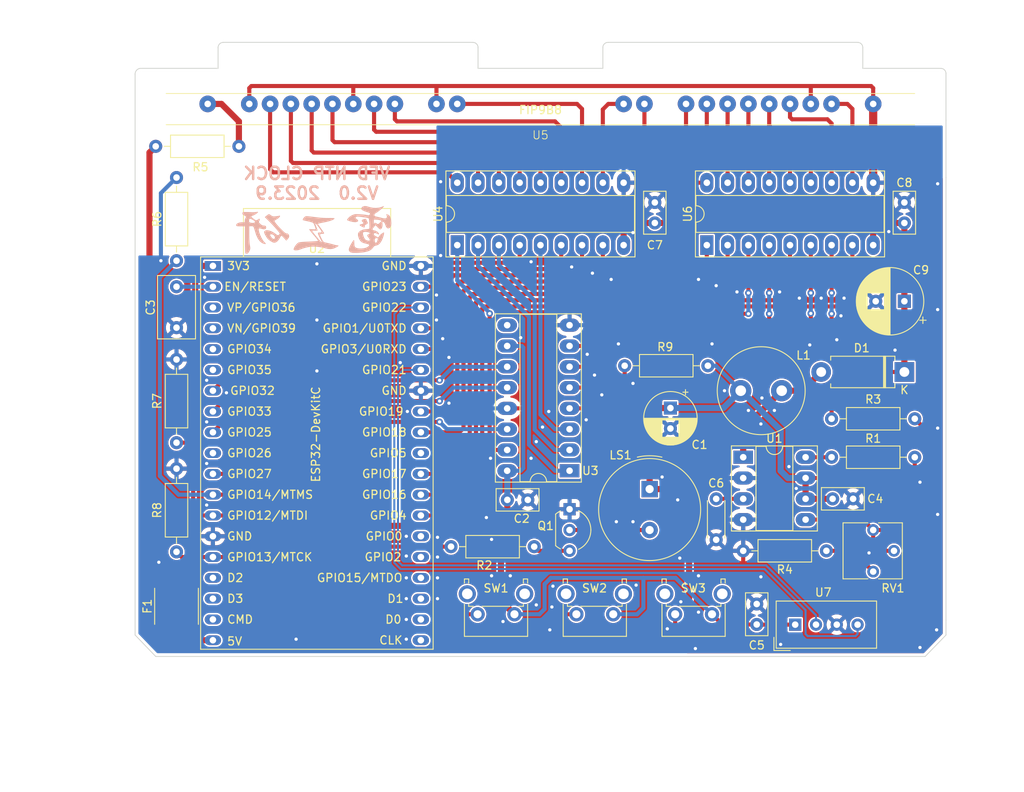
<source format=kicad_pcb>
(kicad_pcb (version 20221018) (generator pcbnew)
  (layers (0 "F.Cu" signal) (31 "B.Cu" signal) (34 "B.Paste" user) (35 "F.Paste" user) (36 "B.SilkS" user "B.Silkscreen") (37 "F.SilkS" user "F.Silkscreen") (38 "B.Mask" user) (39 "F.Mask" user) (44 "Edge.Cuts" user))
  (net 0 "")
  (net 1 "+3.3V")
  (net 2 "SDA")
  (net 3 "GND")
  (net 4 "SCL")
  (net 5 "+24V")
  (net 6 "Net-(U1-Vfb)")
  (net 7 "Net-(R4-Pad1)")
  (net 8 "+5V")
  (net 9 "Net-(U5-Heater)")
  (net 10 "SW1")
  (net 11 "SW2")
  (net 12 "SW3")
  (net 13 "Net-(U1-DC)")
  (net 14 "Buzzer")
  (net 15 "Net-(Q1-B)")
  (net 16 "Net-(D1-A)")
  (net 17 "Net-(U1-TC)")
  (net 18 "Seg_dp")
  (net 19 "Seg_a")
  (net 20 "Seg_b")
  (net 21 "Seg_c")
  (net 22 "Grid_8")
  (net 23 "Grid_7")
  (net 24 "Grid_6")
  (net 25 "Grid_5")
  (net 26 "Net-(U4-O8)")
  (net 27 "Net-(U4-O7)")
  (net 28 "Net-(U4-O6)")
  (net 29 "Net-(U4-O5)")
  (net 30 "Net-(U4-O4)")
  (net 31 "Net-(U4-O3)")
  (net 32 "Net-(U4-O2)")
  (net 33 "Net-(U4-O1)")
  (net 34 "Grid_4")
  (net 35 "Grid_3")
  (net 36 "Seg_d")
  (net 37 "Seg_e")
  (net 38 "Grid_2")
  (net 39 "Seg_g")
  (net 40 "Seg_f")
  (net 41 "Grid_1")
  (net 42 "Net-(U5-Grid_1)")
  (net 43 "Net-(U5-Seg_f)")
  (net 44 "Net-(U5-Seg_g)")
  (net 45 "Net-(U5-Grid_2)")
  (net 46 "Net-(U5-Seg_e)")
  (net 47 "Net-(U5-Seg_d)")
  (net 48 "Net-(U5-Grid_3)")
  (net 49 "Net-(U5-Grid_4)")
  (net 50 "Net-(Q1-C)")
  (net 52 "SRCLK")
  (net 53 "RCLK")
  (net 54 "SER")
  (net 55 "Net-(U2-CHIP_PU)")
  (net 63 "Net-(U2-5V)")
  (footprint "Resistor_THT:R_Axial_DIN0207_L6.3mm_D2.5mm_P10.16mm_Horizontal" (layer "F.Cu") (at 137.668 103.505)
    (fp_text reference "R2")
    (fp_text value "1k")
  )
  (footprint "Capacitor_THT:C_Disc_D5.0mm_W2.5mm_P2.50mm" (layer "F.Cu") (at 193.04 63.968 90)
    (fp_text reference "C8")
    (fp_text value "0.1u")
  )
  (footprint "Potentiometer_THT:Potentiometer_Vishay_T73YP_Vertical" (layer "F.Cu") (at 189.23 106.553)
    (fp_text reference "RV1")
    (fp_text value "1k")
  )
  (footprint "Capacitor_THT:CP_Radial_D8.0mm_P3.50mm" (layer "F.Cu") (at 193.04 73.533 180)
    (fp_text reference "C9")
    (fp_text value "35V220u")
  )
  (footprint "FIP9B8:FIP9B8" (layer "F.Cu") (at 148.59 51.97 180)
    (fp_text reference "U5")
    (fp_text value "~")
  )
  (footprint "Package_DIP:DIP-18_W7.62mm_Socket_LongPads" (layer "F.Cu") (at 138.43 66.675 90)
    (fp_text reference "U4")
    (fp_text value "TBD62783A")
  )
  (footprint "Resistor_THT:R_Axial_DIN0207_L6.3mm_D2.5mm_P10.16mm_Horizontal" (layer "F.Cu") (at 183.515 104.013 180)
    (fp_text reference "R4")
    (fp_text value "2.4k")
  )
  (footprint "Capacitor_THT:C_Disc_D5.0mm_W2.5mm_P2.50mm" (layer "F.Cu") (at 162.56 63.968 90)
    (fp_text reference "C7")
    (fp_text value "0.1u")
  )
  (footprint "Resistor_THT:R_Axial_DIN0207_L6.3mm_D2.5mm_P10.16mm_Horizontal" (layer "F.Cu") (at 101.6 54.61)
    (fp_text reference "R5")
    (fp_text value "20")
  )
  (footprint "Inductor_THT:L_Radial_D10.5mm_P5.00mm_Abacron_AISR-01" (layer "F.Cu") (at 173.054 84.455)
    (fp_text reference "L1")
    (fp_text value "100uH")
  )
  (footprint "Package_DIP:DIP-18_W7.62mm_Socket_LongPads" (layer "F.Cu") (at 168.91 66.675 90)
    (fp_text reference "U6")
    (fp_text value "TBD62783A")
  )
  (footprint "Button_Switch_THT:SW_Tactile_SPST_Angled_PTS645Vx39-2LFS" (layer "F.Cu") (at 169.545 111.76 180)
    (fp_text reference "SW3")
    (fp_text value "SW_Push")
  )
  (footprint "Button_Switch_THT:SW_Tactile_SPST_Angled_PTS645Vx39-2LFS" (layer "F.Cu") (at 145.415 111.76 180)
    (fp_text reference "SW1")
    (fp_text value "SW_Push")
  )
  (footprint "Resistor_THT:R_Axial_DIN0207_L6.3mm_D2.5mm_P10.16mm_Horizontal" (layer "F.Cu") (at 104.14 90.805 90)
    (fp_text reference "R7")
    (fp_text value "1k")
  )
  (footprint "Capacitor_THT:CP_Radial_D6.3mm_P2.50mm" (layer "F.Cu") (at 164.465 86.574621 -90)
    (fp_text reference "C1")
    (fp_text value "16V220u")
  )
  (footprint "Capacitor_THT:C_Disc_D5.0mm_W2.5mm_P2.50mm" (layer "F.Cu") (at 175.006 113.01 90)
    (fp_text reference "C5")
    (fp_text value "0.1u")
  )
  (footprint "Resistor_THT:R_Axial_DIN0207_L6.3mm_D2.5mm_P10.16mm_Horizontal" (layer "F.Cu") (at 169.037 81.407 180)
    (fp_text reference "R9")
    (fp_text value "1k")
  )
  (footprint "Package_DIP:DIP-8_W7.62mm_Socket_LongPads" (layer "F.Cu") (at 173.355 92.583)
    (fp_text reference "U1")
    (fp_text value "MC34063AP")
  )
  (footprint "Capacitor_THT:C_Disc_D5.0mm_W2.5mm_P2.50mm" (layer "F.Cu") (at 184.277 97.663)
    (fp_text reference "C4")
    (fp_text value "0.1u")
  )
  (footprint "Package_DIP:DIP-16_W7.62mm_Socket_LongPads" (layer "F.Cu") (at 152.146 94.234 180)
    (fp_text reference "U3")
    (fp_text value "74HC595")
  )
  (footprint "Resistor_THT:R_Axial_DIN0207_L6.3mm_D2.5mm_P10.16mm_Horizontal" (layer "F.Cu") (at 104.14 68.58 90)
    (fp_text reference "R6")
    (fp_text value "1k")
  )
  (footprint "Package_TO_SOT_THT:TO-92L_Inline_Wide" (layer "F.Cu") (at 152.146 98.933 -90)
    (fp_text reference "Q1")
    (fp_text value "2SC1815")
  )
  (footprint "Capacitor_THT:C_Disc_D4.3mm_W1.9mm_P5.00mm" (layer "F.Cu") (at 170.053 97.663 -90)
    (fp_text reference "C6")
    (fp_text value "1000p")
  )
  (footprint "Diode_THT:D_DO-15_P10.16mm_Horizontal" (layer "F.Cu") (at 193.04 82.169 180)
    (fp_text reference "D1")
    (fp_text value "PS2010")
  )
  (footprint "PCM_Espressif:ESP32-DevKitC" (layer "F.Cu") (at 108.585 69.215)
    (fp_text reference "U2")
    (fp_text value "ESP32-DevKitC")
  )
  (footprint "Sensor:Aosong_DHT11_5.5x12.0_P2.54mm" (layer "F.Cu") (at 179.705 113.03 90)
    (fp_text reference "U7")
    (fp_text value "DHT20")
  )
  (footprint "Fuse:Fuse_2920_7451Metric_Pad2.10x5.45mm_HandSolder" (layer "F.Cu") (at 104.14 110.79 -90)
    (fp_text reference "F1")
    (fp_text value "SMD_Fuse_1A")
  )
  (footprint "Capacitor_THT:C_Disc_D7.5mm_W4.4mm_P5.00mm" (layer "F.Cu") (at 104.14 71.755 -90)
    (fp_text reference "C3")
    (fp_text value "0.1u")
  )
  (footprint "Buzzer_Beeper:Buzzer_TDK_PS1240P02BT_D12.2mm_H6.5mm" (layer "F.Cu") (at 161.925 96.473 -90)
    (fp_text reference "LS1")
    (fp_text value "Speaker_Crystal")
  )
  (footprint "Resistor_THT:R_Axial_DIN0207_L6.3mm_D2.5mm_P10.16mm_Horizontal" (layer "F.Cu") (at 194.31 92.583 180)
    (fp_text reference "R1")
    (fp_text value "180")
  )
  (footprint "Button_Switch_THT:SW_Tactile_SPST_Angled_PTS645Vx39-2LFS" (layer "F.Cu") (at 157.48 111.76 180)
    (fp_text reference "SW2")
    (fp_text value "SW_Push")
  )
  (footprint "Resistor_THT:R_Axial_DIN0207_L6.3mm_D2.5mm_P10.16mm_Horizontal" (layer "F.Cu") (at 184.15 87.884)
    (fp_text reference "R3")
    (fp_text value "47k")
  )
  (footprint "Capacitor_THT:C_Disc_D5.0mm_W2.5mm_P2.50mm" (layer "F.Cu") (at 144.546 97.79)
    (fp_text reference "C2")
    (fp_text value "0.1u")
  )
  (footprint "Resistor_THT:R_Axial_DIN0207_L6.3mm_D2.5mm_P10.16mm_Horizontal" (layer "F.Cu") (at 104.14 104.14 90)
    (fp_text reference "R8")
    (fp_text value "1k")
  )
  (footprint "FIP9B8:電工研ロゴ" (layer "B.Cu") (at 121.309018 64.643 180)
    (fp_text reference "G***")
    (fp_text value "LOGO" hide)
  )
  (gr_line (start 198.12 45.72) (end 198.12 51.435) (stroke (width 0.1)) (layer "Edge.Cuts"))
  (gr_line (start 195.58 116.9162) (end 101.6 116.9162) (stroke (width 0.1)) (layer "Edge.Cuts"))
  (gr_line (start 156.845 41.91) (end 187.325 41.91) (stroke (width 0.1)) (layer "Edge.Cuts"))
  (gr_arc (start 109.22 42.545) (mid 109.405987 42.095988) (end 109.855 41.91) (stroke (width 0.1)) (layer "Edge.Cuts"))
  (gr_line (start 99.0854 114.3) (end 99.0854 45.7962) (stroke (width 0.1)) (layer "Edge.Cuts"))
  (gr_line (start 109.22 45.085) (end 109.22 42.545) (stroke (width 0.1)) (layer "Edge.Cuts"))
  (gr_arc (start 99.085277 45.796201) (mid 99.256381 45.325928) (end 99.695 45.085) (stroke (width 0.1)) (layer "Edge.Cuts"))
  (gr_line (start 187.96 45.085) (end 187.96 42.545) (stroke (width 0.1)) (layer "Edge.Cuts"))
  (gr_line (start 198.12 114.3) (end 195.58 116.9162) (stroke (width 0.1)) (layer "Edge.Cuts"))
  (gr_line (start 198.12 58.42) (end 198.12 112.4712) (stroke (width 0.1)) (layer "Edge.Cuts"))
  (gr_line (start 140.97 45.085) (end 156.21 45.085) (stroke (width 0.1)) (layer "Edge.Cuts"))
  (gr_line (start 198.12 51.435) (end 198.12 58.42) (stroke (width 0.1)) (layer "Edge.Cuts"))
  (gr_line (start 198.12 58.42) (end 198.12 58.42) (stroke (width 0.1)) (layer "Edge.Cuts"))
  (gr_arc (start 187.325 41.91) (mid 187.774013 42.095987) (end 187.96 42.545) (stroke (width 0.1)) (layer "Edge.Cuts"))
  (gr_line (start 140.97 45.085) (end 140.97 42.545) (stroke (width 0.1)) (layer "Edge.Cuts"))
  (gr_line (start 156.21 45.085) (end 156.21 42.545) (stroke (width 0.1)) (layer "Edge.Cuts"))
  (gr_arc (start 156.21 42.545) (mid 156.395987 42.095987) (end 156.845 41.91) (stroke (width 0.1)) (layer "Edge.Cuts"))
  (gr_arc (start 197.485 45.085) (mid 197.934012 45.270987) (end 198.12 45.72) (stroke (width 0.1)) (layer "Edge.Cuts"))
  (gr_line (start 109.855 41.91) (end 140.335 41.91) (stroke (width 0.1)) (layer "Edge.Cuts"))
  (gr_line (start 99.0854 114.3) (end 101.6 116.9162) (stroke (width 0.1)) (layer "Edge.Cuts"))
  (gr_line (start 198.12 114.3) (end 198.12 112.4712) (stroke (width 0.1)) (layer "Edge.Cuts"))
  (gr_arc (start 140.335 41.91) (mid 140.784012 42.095987) (end 140.97 42.545) (stroke (width 0.1)) (layer "Edge.Cuts"))
  (gr_line (start 197.485 45.085) (end 187.96 45.085) (stroke (width 0.1)) (layer "Edge.Cuts"))
  (gr_line (start 99.695 45.085) (end 109.22 45.085) (stroke (width 0.1)) (layer "Edge.Cuts"))
  (gr_text "VFD NTP CLOCK\nV2.0  2023.9" (at 121.285 61.214) (layer "B.SilkS") (effects (font (size 1.5 1.5) (thickness 0.3) bold) (justify bottom mirror)))
  (segment (start 175.026 113.03) (end 175.006 113.01) (width 0.5) (layer "F.Cu") (net 1))
  (segment (start 107.315 90.805) (end 106.426 89.916) (width 0.75) (layer "F.Cu") (net 1))
  (segment (start 144.546 97.79) (end 144.546 100.183) (width 0.75) (layer "F.Cu") (net 1))
  (segment (start 106.426 69.85) (end 107.061 69.215) (width 0.75) (layer "F.Cu") (net 1))
  (segment (start 143.764 100.965) (end 143.764 110.109) (width 0.75) (layer "F.Cu") (net 1))
  (segment (start 120.65 100.965) (end 110.49 90.805) (width 0.75) (layer "F.Cu") (net 1))
  (segment (start 144.546 100.183) (end 143.764 100.965) (width 0.75) (layer "F.Cu") (net 1))
  (segment (start 110.49 90.805) (end 107.315 90.805) (width 0.75) (layer "F.Cu") (net 1))
  (segment (start 107.061 69.215) (end 108.585 69.215) (width 0.75) (layer "F.Cu") (net 1))
  (segment (start 169.545 111.76) (end 170.795 113.01) (width 0.5) (layer "F.Cu") (net 1))
  (segment (start 170.795 113.01) (end 175.006 113.01) (width 0.5) (layer "F.Cu") (net 1))
  (segment (start 179.705 113.03) (end 175.026 113.03) (width 0.5) (layer "F.Cu") (net 1))
  (segment (start 106.426 89.916) (end 106.426 69.85) (width 0.75) (layer "F.Cu") (net 1))
  (segment (start 143.764 110.109) (end 145.415 111.76) (width 0.75) (layer "F.Cu") (net 1))
  (segment (start 143.764 100.965) (end 120.65 100.965) (width 0.75) (layer "F.Cu") (net 1))
  (segment (start 146.304 78.994) (end 146.49 79.18) (width 0.5) (layer "B.Cu") (net 1))
  (segment (start 144.526 78.994) (end 146.304 78.994) (width 0.5) (layer "B.Cu") (net 1))
  (segment (start 146.49 79.18) (end 146.49 93.921) (width 0.5) (layer "B.Cu") (net 1))
  (segment (start 149.098 111.125) (end 149.098 108.077) (width 0.5) (layer "B.Cu") (net 1))
  (segment (start 157.48 111.76) (end 160.401 111.76) (width 0.5) (layer "B.Cu") (net 1))
  (segment (start 144.546 94.254) (end 144.526 94.234) (width 0.75) (layer "B.Cu") (net 1))
  (segment (start 165.1 107.315) (end 169.545 111.76) (width 0.5) (layer "B.Cu") (net 1))
  (segment (start 146.177 94.234) (end 144.526 94.234) (width 0.5) (layer "B.Cu") (net 1))
  (segment (start 149.86 107.315) (end 161.163 107.315) (width 0.5) (layer "B.Cu") (net 1))
  (segment (start 160.401 111.76) (end 161.163 110.998) (width 0.5) (layer "B.Cu") (net 1))
  (segment (start 148.463 111.76) (end 149.098 111.125) (width 0.5) (layer "B.Cu") (net 1))
  (segment (start 144.546 97.79) (end 144.546 94.254) (width 0.75) (layer "B.Cu") (net 1))
  (segment (start 161.163 107.315) (end 165.1 107.315) (width 0.5) (layer "B.Cu") (net 1))
  (segment (start 149.098 108.077) (end 149.86 107.315) (width 0.5) (layer "B.Cu") (net 1))
  (segment (start 146.49 93.921) (end 146.177 94.234) (width 0.5) (layer "B.Cu") (net 1))
  (segment (start 145.415 111.76) (end 148.463 111.76) (width 0.5) (layer "B.Cu") (net 1))
  (segment (start 161.163 110.998) (end 161.163 107.315) (width 0.5) (layer "B.Cu") (net 1))
  (segment (start 131.699 105.791) (end 131.191 105.283) (width 0.25) (layer "B.Cu") (net 2))
  (segment (start 182.245 113.03) (end 182.245 111.887) (width 0.25) (layer "B.Cu") (net 2))
  (segment (start 131.826 81.915) (end 133.985 81.915) (width 0.25) (layer "B.Cu") (net 2))
  (segment (start 131.191 105.283) (end 131.191 82.55) (width 0.25) (layer "B.Cu") (net 2))
  (segment (start 131.191 82.55) (end 131.826 81.915) (width 0.25) (layer "B.Cu") (net 2))
  (segment (start 182.245 111.887) (end 176.149 105.791) (width 0.25) (layer "B.Cu") (net 2))
  (segment (start 176.149 105.791) (end 131.699 105.791) (width 0.25) (layer "B.Cu") (net 2))
  (segment (start 188.976 47.244) (end 189.23 47.498) (width 0.5) (layer "F.Cu") (net 3))
  (segment (start 113.284 47.244) (end 135.89 47.244) (width 0.5) (layer "F.Cu") (net 3))
  (segment (start 113.03 49.43) (end 113.03 47.498) (width 0.5) (layer "F.Cu") (net 3))
  (segment (start 189.23 47.498) (end 189.23 49.43) (width 0.5) (layer "F.Cu") (net 3))
  (segment (start 181.61 47.244) (end 188.976 47.244) (width 0.5) (layer "F.Cu") (net 3))
  (segment (start 189.23 59.055) (end 189.23 49.43) (width 1) (layer "F.Cu") (net 3))
  (segment (start 113.03 47.498) (end 113.284 47.244) (width 0.5) (layer "F.Cu") (net 3))
  (segment (start 135.89 47.244) (end 181.61 47.244) (width 0.5) (layer "F.Cu") (net 3))
  (segment (start 181.61 47.244) (end 181.61 49.43) (width 0.5) (layer "F.Cu") (net 3))
  (segment (start 135.89 47.244) (end 135.89 49.43) (width 0.5) (layer "F.Cu") (net 3))
  (segment (start 125.73 47.498) (end 125.73 49.43) (width 0.5) (layer "F.Cu") (net 3))
  (via (at 121.285 82.042) (size 0.8) (drill 0.4) (layers "F.Cu" "B.Cu") (net 3))
  (via (at 136.398 67.945) (size 0.8) (drill 0.4) (layers "F.Cu" "B.Cu") (net 3))
  (via (at 197.104 89.027) (size 0.8) (drill 0.4) (layers "F.Cu" "B.Cu") (net 3))
  (via (at 148.082 90.678) (size 0.8) (drill 0.4) (layers "F.Cu" "B.Cu") (net 3))
  (via (at 196.977 113.665) (size 0.8) (drill 0.4) (layers "F.Cu" "B.Cu") (net 3))
  (via (at 102.235 68.58) (size 0.8) (drill 0.4) (layers "F.Cu" "B.Cu") (net 3))
  (via (at 150.114 108.331) (size 0.8) (drill 0.4) (layers "F.Cu" "B.Cu") (net 3))
  (via (at 136.017 107.315) (size 0.8) (drill 0.4) (layers "F.Cu" "B.Cu") (net 3))
  (via (at 135.89 75.819) (size 0.8) (drill 0.4) (layers "F.Cu" "B.Cu") (net 3))
  (via (at 181.483 78.867) (size 0.8) (drill 0.4) (layers "F.Cu" "B.Cu") (net 3))
  (via (at 159.893 100.457) (size 0.8) (drill 0.4) (layers "F.Cu" "B.Cu") (net 3))
  (via (at 170.053 71.628) (size 0.8) (drill 0.4) (layers "F.Cu" "B.Cu") (net 3))
  (via (at 107.823 93.345) (size 0.8) (drill 0.4) (layers "F.Cu" "B.Cu") (net 3))
  (via (at 144.018 112.649) (size 0.8) (drill 0.4) (layers "F.Cu" "B.Cu") (net 3))
  (via (at 171.069 84.455) (size 0.8) (drill 0.4) (layers "F.Cu" "B.Cu") (net 3))
  (via (at 188.722 104.267) (size 0.8) (drill 0.4) (layers "F.Cu" "B.Cu") (net 3))
  (via (at 107.823 98.425) (size 0.8) (drill 0.4) (layers "F.Cu" "B.Cu") (net 3))
  (via (at 191.897 79.502) (size 0.8) (drill 0.4) (layers "F.Cu" "B.Cu") (net 3))
  (via (at 175.514 107.188) (size 0.8) (drill 0.4) (layers "F.Cu" "B.Cu") (net 3))
  (via (at 142.621 107.061) (size 0.8) (drill 0.4) (layers "F.Cu" "B.Cu") (net 3))
  (via (at 148.082 110.617) (size 0.8) (drill 0.4) (layers "F.Cu" "B.Cu") (net 3))
  (via (at 197.104 74.549) (size 0.8) (drill 0.4) (layers "F.Cu" "B.Cu") (net 3))
  (via (at 132.334 86.995) (size 0.8) (drill 0.4) (layers "F.Cu" "B.Cu") (net 3))
  (via (at 132.207 107.315) (size 0.8) (drill 0.4) (layers "F.Cu" "B.Cu") (net 3))
  (via (at 101.981 105.41) (size 0.8) (drill 0.4) (layers "F.Cu" "B.Cu") (net 3))
  (via (at 160.274 108.204) (size 0.8) (drill 0.4) (layers "F.Cu" "B.Cu") (net 3))
  (via (at 163.449 94.996) (size 0.8) (drill 0.4) (layers "F.Cu" "B.Cu") (net 3))
  (via (at 149.733 113.665) (size 0.8) (drill 0.4) (layers "F.Cu" "B.Cu") (net 3))
  (via (at 165.608 104.902) (size 0.8) (drill 0.4) (layers "F.Cu" "B.Cu") (net 3))
  (via (at 165.735 110.236) (size 0.8) (drill 0.4) (layers "F.Cu" "B.Cu") (net 3))
  (via (at 149.987 110.871) (size 0.8) (drill 0.4) (layers "F.Cu" "B.Cu") (net 3))
  (via (at 154.178 88.011) (size 0.8) (drill 0.4) (layers "F.Cu" "B.Cu") (net 3))
  (via (at 167.894 111.506) (size 0.8) (drill 0.4) (layers "F.Cu" "B.Cu") (net 3))
  (via (at 132.207 112.395) (size 0.8) (drill 0.4) (layers "F.Cu" "B.Cu") (net 3))
  (via (at 177.927 115.443) (size 0.8) (drill 0.4) (layers "F.Cu" "B.Cu") (net 3))
  (via (at 132.207 114.808) (size 0.8) (drill 0.4) (layers "F.Cu" "B.Cu") (net 3))
  (via (at 185.674 73.152) (size 0.8) (drill 0.4) (layers "F.Cu" "B.Cu") (net 3))
  (via (at 164.084 113.538) (size 0.8) (drill 0.4) (layers "F.Cu" "B.Cu") (net 3))
  (via (at 175.641 85.344) (size 0.8) (drill 0.4) (layers "F.Cu" "B.Cu") (net 3))
  (via (at 184.785 78.232) (size 0.8) (drill 0.4) (layers "F.Cu" "B.Cu") (net 3))
  (via (at 149.606 86.995) (size 0.8) (drill 0.4) (layers "F.Cu" "B.Cu") (net 3))
  (via (at 135.89 72.771) (size 0.8) (drill 0.4) (layers "F.Cu" "B.Cu") (net 3))
  (via (at 107.823 83.185) (size 0.8) (drill 0.4) (layers "F.Cu" "B.Cu") (net 3))
  (via (at 118.745 114.808) (size 0.8) (drill 0.4) (layers "F.Cu" "B.Cu") (net 3))
  (via (at 178.943 93.726) (size 0.8) (drill 0.4) (layers "F.Cu" "B.Cu") (net 3))
  (via (at 180.213 73.152) (size 0.8) (drill 0.4) (layers "F.Cu" "B.Cu") (net 3))
  (via (at 107.823 88.265) (size 0.8) (drill 0.4) (layers "F.Cu" "B.Cu") (net 3))
  (via (at 137.414 80.391) (size 0.8) (drill 0.4) (layers "F.Cu" "B.Cu") (net 3))
  (via (at 154.94 70.104) (size 0.8) (drill 0.4) (layers "F.Cu" "B.Cu") (net 3))
  (via (at 194.945 95.631) (size 0.8) (drill 0.4) (layers "F.Cu" "B.Cu") (net 3))
  (via (at 167.894 70.866) (size 0.8) (drill 0.4) (layers "F.Cu" "B.Cu") (net 3))
  (via (at 157.861 100.457) (size 0.8) (drill 0.4) (layers "F.Cu" "B.Cu") (net 3))
  (via (at 197.104 59.182) (size 0.8) (drill 0.4) (layers "F.Cu" "B.Cu") (net 3))
  (via (at 177.165 86.868) (size 0.8) (drill 0.4) (layers "F.Cu" "B.Cu") (net 3))
  (via (at 191.135 65.024) (size 0.8) (drill 0.4) (layers "F.Cu" "B.Cu") (net 3))
  (via (at 165.354 97.79) (size 0.8) (drill 0.4) (layers "F.Cu" "B.Cu") (net 3))
  (via (at 167.513 115.951) (size 0.8) (drill 0.4) (layers "F.Cu" "B.Cu") (net 3))
  (via (at 136.652 78.105) (size 0.8) (drill 0.4) (layers "F.Cu" "B.Cu") (net 3))
  (via (at 157.226 70.866) (size 0.8) (drill 0.4) (layers "F.Cu" "B.Cu") (net 3))
  (via (at 107.569 70.612) (size 0.8) (drill 0.4) (layers "F.Cu" "B.Cu") (net 3))
  (via (at 158.115 78.74) (size 0.8) (drill 0.4) (layers "F.Cu" "B.Cu") (net 3))
  (via (at 146.177 77.978) (size 0.8) (drill 0.4) (layers "F.Cu" "B.Cu") (net 3))
  (via (at 141.986 99.949) (size 0.8) (drill 0.4) (layers "F.Cu" "B.Cu") (net 3))
  (via (at 197.104 99.568) (size 0.8) (drill 0.4) (layers "F.Cu" "B.Cu") (net 3))
  (via (at 136.398 58.928) (size 0.8) (drill 0.4) (layers "F.Cu" "B.Cu") (net 3))
  (via (at 136.017 102.362) (size 0.8) (drill 0.4) (layers "F.Cu" "B.Cu") (net 3))
  (via (at 169.545 78.74) (size 0.8) (drill 0.4) (layers "F.Cu" "B.Cu") (net 3))
  (via (at 148.844 88.9) (size 0.8) (drill 0.4) (layers "F.Cu" "B.Cu") (net 3))
  (via (at 147.447 92.71) (size 0.8) (drill 0.4) (layers "F.Cu" "B.Cu") (net 3))
  (via (at 132.207 104.648) (size 0.8) (drill 0.4) (layers "F.Cu" "B.Cu") (net 3))
  (via (at 159.893 83.566) (size 0.8) (drill 0.4) (layers "F.Cu" "B.Cu") (net 3))
  (via (at 110.236 84.709) (size 0.8) (drill 0.4) (layers "F.Cu" "B.Cu") (net 3))
  (via (at 131.4655 81.026) (size 0.8) (drill 0.4) (layers "F.Cu" "B.Cu") (net 3))
  (via (at 136.017 109.855) (size 0.8) (drill 0.4) (layers "F.Cu" "B.Cu") (net 3))
  (via (at 147.447 68.707) (size 0.8) (drill 0.4) (layers "F.Cu" "B.Cu") (net 3))
  (via (at 152.4 69.342) (size 0.8) (drill 0.4) (layers "F.Cu" "B.Cu") (net 3))
  (via (at 136.017 104.775) (size 0.8) (drill 0.4) (layers "F.Cu" "B.Cu") (net 3))
  (via (at 121.285 68.961) (size 0.8) (drill 0.4) (layers "F.Cu" "B.Cu") (net 3))
  (via (at 175.514 88.519) (size 0.8) (drill 0.4) (layers "F.Cu" "B.Cu") (net 3))
  (via (at 185.293 75.311) (size 0.8) (drill 0.4) (layers "F.Cu" "B.Cu") (net 3))
  (via (at 154.305 80.01) (size 0.8) (drill 0.4) (layers "F.Cu" "B.Cu") (net 3))
  (via (at 121.285 75.819) (size 0.8) (drill 0.4) (layers "F.Cu" "B.Cu") (net 3))
  (via (at 142.621 102.616) (size 0.8) (drill 0.4) (layers "F.Cu" "B.Cu") (net 3))
  (via (at 167.894 107.061) (size 0.8) (drill 0.4) (layers "F.Cu" "B.Cu") (net 3))
  (via (at 179.832 96.393) (size 0.8) (drill 0.4) (layers "F.Cu" "B.Cu") (net 3))
  (via (at 156.083 84.963) (size 0.8) (drill 0.4) (layers "F.Cu" "B.Cu") (net 3))
  (via (at 144.907 107.061) (size 0.8) (drill 0.4) (layers "F.Cu" "B.Cu") (net 3))
  (via (at 159.893 65.151) (size 0.8) (drill 0.4) (layers "F.Cu" "B.Cu") (net 3))
  (via (at 132.207 102.235) (size 0.8) (drill 0.4) (layers "F.Cu" "B.Cu") (net 3))
  (via (at 132.207 109.855) (size 0.8) (drill 0.4) (layers "F.Cu" "B.Cu") (net 3))
  (via (at 173.99 86.868) (size 0.8) (drill 0.4) (layers "F.Cu" "B.Cu") (net 3))
  (via (at 194.945 115.824) (size 0.8) (drill 0.4) (layers "F.Cu" "B.Cu") (net 3))
  (via (at 182.88 73.152) (size 0.8) (drill 0.4) (layers "F.Cu" "B.Cu") (net 3))
  (via (at 172.593 72.39) (size 0.8) (drill 0.4) (layers "F.Cu" "B.Cu") (net 3))
  (via (at 177.8 72.39) (size 0.8) (drill 0.4) (layers "F.Cu" "B.Cu") (net 3))
  (via (at 142.494 92.71) (size 0.8) (drill 0.4) (layers "F.Cu" "B.Cu") (net 3))
  (via (at 137.414 85.979) (size 0.8) (drill 0.4) (layers "F.Cu" "B.Cu") (net 3))
  (via (at 155.194 82.55) (size 0.8) (drill 0.4) (layers "F.Cu" "B.Cu") (net 3))
  (segment (start 104.14 58.42) (end 102.235 60.325) (width 0.5) (layer "B.Cu") (net 3))
  (segment (start 102.235 60.325) (end 102.235 68.58) (width 0.5) (layer "B.Cu") (net 3))
  (segment (start 130.741 75.0625) (end 131.5085 74.295) (width 0.25) (layer "B.Cu") (net 4))
  (segment (start 187.325 113.03) (end 187.325 114.173) (width 0.25) (layer "B.Cu") (net 4))
  (segment (start 175.962604 106.241) (end 131.512604 106.241) (width 0.25) (layer "B.Cu") (net 4))
  (segment (start 187.071 114.427) (end 181.229 114.427) (width 0.25) (layer "B.Cu") (net 4))
  (segment (start 180.975 111.253396) (end 175.962604 106.241) (width 0.25) (layer "B.Cu") (net 4))
  (segment (start 130.741 105.469396) (end 130.741 75.0625) (width 0.25) (layer "B.Cu") (net 4))
  (segment (start 131.512604 106.241) (end 130.741 105.469396) (width 0.25) (layer "B.Cu") (net 4))
  (segment (start 181.229 114.427) (end 180.975 114.173) (width 0.25) (layer "B.Cu") (net 4))
  (segment (start 187.325 114.173) (end 187.071 114.427) (width 0.25) (layer "B.Cu") (net 4))
  (segment (start 131.5085 74.295) (end 133.985 74.295) (width 0.25) (layer "B.Cu") (net 4))
  (segment (start 180.975 114.173) (end 180.975 111.253396) (width 0.25) (layer "B.Cu") (net 4))
  (segment (start 162.687 63.968) (end 162.56 64.095) (width 0.75) (layer "F.Cu") (net 5))
  (segment (start 193.04 82.169) (end 188.595 82.169) (width 0.5) (layer "F.Cu") (net 5))
  (segment (start 193.04 73.533) (end 193.04 82.169) (width 0.75) (layer "F.Cu") (net 5))
  (segment (start 193.04 63.968) (end 193.04 73.533) (width 0.75) (layer "F.Cu") (net 5))
  (segment (start 193.04 63.968) (end 188.976 63.968) (width 0.75) (layer "F.Cu") (net 5))
  (segment (start 189.23 66.675) (end 189.23 64.222) (width 0.75) (layer "F.Cu") (net 5))
  (segment (start 159.298 63.968) (end 158.75 64.516) (width 0.75) (layer "F.Cu") (net 5))
  (segment (start 193 64.095) (end 193.04 64.135) (width 0.75) (layer "F.Cu") (net 5))
  (segment (start 188.976 63.968) (end 162.56 63.968) (width 0.75) (layer "F.Cu") (net 5))
  (segment (start 188.595 82.169) (end 184.15 86.614) (width 0.5) (layer "F.Cu") (net 5))
  (segment (start 189.23 64.222) (end 188.976 63.968) (width 0.75) (layer "F.Cu") (net 5))
  (segment (start 162.56 63.968) (end 159.298 63.968) (width 0.75) (layer "F.Cu") (net 5))
  (segment (start 184.15 86.614) (end 184.15 87.884) (width 0.5) (layer "F.Cu") (net 5))
  (segment (start 158.75 64.516) (end 158.75 66.675) (width 0.75) (layer "F.Cu") (net 5))
  (segment (start 187.96 100.203) (end 189.23 101.473) (width 0.5) (layer "F.Cu") (net 6))
  (segment (start 193.548 101.473) (end 189.23 101.473) (width 0.5) (layer "F.Cu") (net 6))
  (segment (start 191.77 104.013) (end 190.119 104.013) (width 0.5) (layer "F.Cu") (net 6))
  (segment (start 180.975 100.203) (end 187.96 100.203) (width 0.5) (layer "F.Cu") (net 6))
  (segment (start 195.961 99.06) (end 193.548 101.473) (width 0.5) (layer "F.Cu") (net 6))
  (segment (start 194.31 87.884) (end 195.961 89.535) (width 0.5) (layer "F.Cu") (net 6))
  (segment (start 189.23 103.124) (end 189.23 101.473) (width 0.5) (layer "F.Cu") (net 6))
  (segment (start 195.961 89.535) (end 195.961 99.06) (width 0.5) (layer "F.Cu") (net 6))
  (segment (start 190.119 104.013) (end 189.23 103.124) (width 0.5) (layer "F.Cu") (net 6))
  (segment (start 183.515 104.013) (end 186.69 104.013) (width 0.5) (layer "F.Cu") (net 7))
  (segment (start 186.69 104.013) (end 189.23 106.553) (width 0.5) (layer "F.Cu") (net 7))
  (segment (start 194.31 94.742) (end 193.929 95.123) (width 0.5) (layer "F.Cu") (net 8))
  (segment (start 161.925 96.473) (end 162.052 96.473) (width 0.75) (layer "F.Cu") (net 8))
  (segment (start 194.31 92.583) (end 194.31 94.742) (width 0.5) (layer "F.Cu") (net 8))
  (segment (start 164.084 86.574621) (end 164.084 86.36) (width 0.75) (layer "F.Cu") (net 8))
  (segment (start 166.751 97.536) (end 165.688 96.473) (width 0.75) (layer "F.Cu") (net 8))
  (segment (start 164.123379 86.614) (end 164.084 86.574621) (width 0.75) (layer "F.Cu") (net 8))
  (segment (start 165.83272 116.10728) (end 166.751 115.189) (width 0.75) (layer "F.Cu") (net 8))
  (segment (start 101.219 107.315) (end 104.14 107.315) (width 0.75) (layer "F.Cu") (net 8))
  (segment (start 100.838 106.934) (end 101.219 107.315) (width 0.75) (layer "F.Cu") (net 8))
  (segment (start 164.465 86.574621) (end 162.472379 86.574621) (width 0.75) (layer "F.Cu") (net 8))
  (segment (start 100.838 55.372) (end 100.838 106.934) (width 0.75) (layer "F.Cu") (net 8))
  (segment (start 193.929 95.123) (end 180.975 95.123) (width 0.5) (layer "F.Cu") (net 8))
  (segment (start 118.13928 116.10728) (end 165.83272 116.10728) (width 0.75) (layer "F.Cu") (net 8))
  (segment (start 165.688 96.473) (end 161.925 96.473) (width 0.75) (layer "F.Cu") (net 8))
  (segment (start 110.617 108.585) (end 118.13928 116.10728) (width 0.75) (layer "F.Cu") (net 8))
  (segment (start 162.472379 86.574621) (end 161.925 87.122) (width 0.75) (layer "F.Cu") (net 8))
  (segment (start 105.41 108.585) (end 110.617 108.585) (width 0.75) (layer "F.Cu") (net 8))
  (segment (start 166.751 115.189) (end 166.751 97.536) (width 0.75) (layer "F.Cu") (net 8))
  (segment (start 180.975 97.663) (end 184.277 97.663) (width 0.75) (layer "F.Cu") (net 8))
  (segment (start 101.6 54.61) (end 100.838 55.372) (width 0.75) (layer "F.Cu") (net 8))
  (segment (start 104.14 107.315) (end 105.41 108.585) (width 0.75) (layer "F.Cu") (net 8))
  (segment (start 180.975 95.123) (end 180.975 97.663) (width 0.75) (layer "F.Cu") (net 8))
  (segment (start 161.925 87.122) (end 161.925 96.473) (width 0.75) (layer "F.Cu") (net 8))
  (segment (start 164.465 86.574621) (end 170.934379 86.574621) (width 0.75) (layer "B.Cu") (net 8))
  (segment (start 173.054 84.455) (end 170.006 81.407) (width 0.5) (layer "B.Cu") (net 8))
  (segment (start 170.006 81.407) (end 169.037 81.407) (width 0.5) (layer "B.Cu") (net 8))
  (segment (start 177.927 89.281) (end 177.927 94.234) (width 0.75) (layer "B.Cu") (net 8))
  (segment (start 173.101 84.455) (end 177.927 89.281) (width 0.75) (layer "B.Cu") (net 8))
  (segment (start 170.934379 86.574621) (end 173.054 84.455) (width 0.75) (layer "B.Cu") (net 8))
  (segment (start 173.054 84.455) (end 173.101 84.455) (width 0.75) (layer "B.Cu") (net 8))
  (segment (start 177.927 94.234) (end 178.816 95.123) (width 0.75) (layer "B.Cu") (net 8))
  (segment (start 178.816 95.123) (end 180.975 95.123) (width 0.75) (layer "B.Cu") (net 8))
  (segment (start 107.95 49.43) (end 109.628 49.43) (width 0.75) (layer "F.Cu") (net 9))
  (segment (start 109.628 49.43) (end 111.76 51.562) (width 0.75) (layer "F.Cu") (net 9))
  (segment (start 111.76 51.562) (end 111.76 54.61) (width 0.75) (layer "F.Cu") (net 9))
  (segment (start 110.744 97.155) (end 108.585 97.155) (width 0.5) (layer "F.Cu") (net 10))
  (segment (start 139.7 111.76) (end 136.525 108.585) (width 0.5) (layer "F.Cu") (net 10))
  (segment (start 140.915 111.76) (end 139.7 111.76) (width 0.5) (layer "F.Cu") (net 10))
  (segment (start 136.525 108.585) (end 122.174 108.585) (width 0.5) (layer "F.Cu") (net 10))
  (segment (start 122.174 108.585) (end 110.744 97.155) (width 0.5) (layer "F.Cu") (net 10))
  (segment (start 104.394 97.155) (end 108.585 97.155) (width 0.5) (layer "B.Cu") (net 10))
  (segment (start 102.108 94.869) (end 104.394 97.155) (width 0.5) (layer "B.Cu") (net 10))
  (segment (start 102.108 70.612) (end 102.108 94.869) (width 0.5) (layer "B.Cu") (net 10))
  (segment (start 104.14 68.58) (end 102.108 70.612) (width 0.5) (layer "B.Cu") (net 10))
  (segment (start 105.283 90.805) (end 106.172 91.694) (width 0.5) (layer "F.Cu") (net 11))
  (segment (start 107.315 99.695) (end 108.585 99.695) (width 0.5) (layer "F.Cu") (net 11))
  (segment (start 122.174 111.125) (end 110.744 99.695) (width 0.5) (layer "F.Cu") (net 11))
  (segment (start 148.463 113.538) (end 138.811 113.538) (width 0.5) (layer "F.Cu") (net 11))
  (segment (start 104.14 90.805) (end 105.283 90.805) (width 0.5) (layer "F.Cu") (net 11))
  (segment (start 136.398 111.125) (end 122.174 111.125) (width 0.5) (layer "F.Cu") (net 11))
  (segment (start 110.744 99.695) (end 108.585 99.695) (width 0.5) (layer "F.Cu") (net 11))
  (segment (start 150.241 111.76) (end 148.463 113.538) (width 0.5) (layer "F.Cu") (net 11))
  (segment (start 106.172 98.552) (end 107.315 99.695) (width 0.5) (layer "F.Cu") (net 11))
  (segment (start 138.811 113.538) (end 136.398 111.125) (width 0.5) (layer "F.Cu") (net 11))
  (segment (start 106.172 91.694) (end 106.172 98.552) (width 0.5) (layer "F.Cu") (net 11))
  (segment (start 152.98 111.76) (end 150.241 111.76) (width 0.5) (layer "F.Cu") (net 11))
  (segment (start 108.585 104.775) (end 104.775 104.775) (width 0.5) (layer "F.Cu") (net 12))
  (segment (start 137.414 114.681) (end 136.398 113.665) (width 0.5) (layer "F.Cu") (net 12))
  (segment (start 110.6805 104.775) (end 108.585 104.775) (width 0.5) (layer "F.Cu") (net 12))
  (segment (start 136.398 113.665) (end 119.5705 113.665) (width 0.5) (layer "F.Cu") (net 12))
  (segment (start 164.338 114.681) (end 137.414 114.681) (width 0.5) (layer "F.Cu") (net 12))
  (segment (start 104.775 104.775) (end 104.14 104.14) (width 0.5) (layer "F.Cu") (net 12))
  (segment (start 165.045 113.974) (end 164.338 114.681) (width 0.5) (layer "F.Cu") (net 12))
  (segment (start 119.5705 113.665) (end 110.6805 104.775) (width 0.5) (layer "F.Cu") (net 12))
  (segment (start 165.045 111.76) (end 165.045 113.974) (width 0.5) (layer "F.Cu") (net 12))
  (segment (start 180.975 92.583) (end 184.15 92.583) (width 0.5) (layer "F.Cu") (net 13))
  (segment (start 108.585 94.615) (end 110.744 94.615) (width 0.5) (layer "F.Cu") (net 14))
  (segment (start 119.634 103.505) (end 137.668 103.505) (width 0.5) (layer "F.Cu") (net 14))
  (segment (start 110.744 94.615) (end 119.634 103.505) (width 0.5) (layer "F.Cu") (net 14))
  (segment (start 148.336 104.013) (end 152.146 104.013) (width 0.5) (layer "F.Cu") (net 15))
  (segment (start 147.828 103.505) (end 148.336 104.013) (width 0.5) (layer "F.Cu") (net 15))
  (segment (start 173.355 89.154) (end 173.355 92.583) (width 0.75) (layer "F.Cu") (net 16))
  (segment (start 178.054 84.455) (end 180.594 84.455) (width 0.75) (layer "F.Cu") (net 16))
  (segment (start 180.594 84.455) (end 182.88 82.169) (width 0.75) (layer "F.Cu") (net 16))
  (segment (start 178.054 84.455) (end 173.355 89.154) (width 0.75) (layer "F.Cu") (net 16))
  (segment (start 170.053 97.663) (end 173.228 97.663) (width 0.5) (layer "F.Cu") (net 17))
  (segment (start 148.59 87.376) (end 150.368 89.154) (width 0.5) (layer "B.Cu") (net 18))
  (segment (start 148.59 66.675) (end 148.59 87.376) (width 0.5) (layer "B.Cu") (net 18))
  (segment (start 150.368 89.154) (end 152.146 89.154) (width 0.5) (layer "B.Cu") (net 18))
  (segment (start 142.875 91.694) (end 144.526 91.694) (width 0.5) (layer "F.Cu") (net 19))
  (segment (start 142.383593 91.202593) (end 142.875 91.694) (width 0.5) (layer "F.Cu") (net 19))
  (segment (start 142.383593 75.031285) (end 142.383593 91.202593) (width 0.5) (layer "F.Cu") (net 19))
  (via (at 142.383593 75.031285) (size 0.8) (drill 0.4) (layers "F.Cu" "B.Cu") (net 19))
  (segment (start 142.383593 74.946593) (end 138.43 70.993) (width 0.5) (layer "B.Cu") (net 19))
  (segment (start 142.383593 75.031285) (end 142.383593 74.946593) (width 0.5) (layer "B.Cu") (net 19))
  (segment (start 138.43 70.993) (end 138.43 66.675) (width 0.5) (layer "B.Cu") (net 19))
  (segment (start 147.19 91.056) (end 150.368 94.234) (width 0.5) (layer "B.Cu") (net 20))
  (segment (start 147.19 75.435) (end 147.19 91.056) (width 0.5) (layer "B.Cu") (net 20))
  (segment (start 140.97 66.675) (end 140.97 69.215) (width 0.5) (layer "B.Cu") (net 20))
  (segment (start 140.97 69.215) (end 147.19 75.435) (width 0.5) (layer "B.Cu") (net 20))
  (segment (start 150.368 94.234) (end 152.146 94.234) (width 0.5) (layer "B.Cu") (net 20))
  (segment (start 143.51 66.675) (end 143.51 69.088) (width 0.5) (layer "B.Cu") (net 21))
  (segment (start 150.368 91.694) (end 152.146 91.694) (width 0.5) (layer "B.Cu") (net 21))
  (segment (start 143.51 69.088) (end 147.89 73.468) (width 0.5) (layer "B.Cu") (net 21))
  (segment (start 147.89 89.216) (end 150.368 91.694) (width 0.5) (layer "B.Cu") (net 21))
  (segment (start 147.89 73.468) (end 147.89 89.216) (width 0.5) (layer "B.Cu") (net 21))
  (segment (start 136.5885 68.834) (end 136.144 69.2785) (width 0.5) (layer "F.Cu") (net 22))
  (segment (start 145.796 68.834) (end 136.5885 68.834) (width 0.5) (layer "F.Cu") (net 22))
  (segment (start 136.144 71.501) (end 135.89 71.755) (width 0.5) (layer "F.Cu") (net 22))
  (segment (start 135.89 71.755) (end 133.985 71.755) (width 0.5) (layer "F.Cu") (net 22))
  (segment (start 146.05 66.675) (end 146.05 68.58) (width 0.5) (layer "F.Cu") (net 22))
  (segment (start 136.144 69.2785) (end 136.144 71.501) (width 0.5) (layer "F.Cu") (net 22))
  (segment (start 146.05 68.58) (end 145.796 68.834) (width 0.5) (layer "F.Cu") (net 22))
  (segment (start 151.13 66.675) (end 151.13 69.342) (width 0.5) (layer "F.Cu") (net 23))
  (segment (start 137.287 69.596) (end 136.906 69.977) (width 0.5) (layer "F.Cu") (net 23))
  (segment (start 151.13 69.342) (end 150.876 69.596) (width 0.5) (layer "F.Cu") (net 23))
  (segment (start 136.906 76.581) (end 136.652 76.835) (width 0.5) (layer "F.Cu") (net 23))
  (segment (start 136.652 76.835) (end 133.985 76.835) (width 0.5) (layer "F.Cu") (net 23))
  (segment (start 136.906 69.977) (end 136.906 76.581) (width 0.5) (layer "F.Cu") (net 23))
  (segment (start 150.876 69.596) (end 137.287 69.596) (width 0.5) (layer "F.Cu") (net 23))
  (segment (start 137.287 79.375) (end 133.985 79.375) (width 0.5) (layer "F.Cu") (net 24))
  (segment (start 138.049 70.358) (end 137.668 70.739) (width 0.5) (layer "F.Cu") (net 24))
  (segment (start 137.668 78.994) (end 137.287 79.375) (width 0.5) (layer "F.Cu") (net 24))
  (segment (start 153.67 66.675) (end 153.67 69.977) (width 0.5) (layer "F.Cu") (net 24))
  (segment (start 137.668 70.739) (end 137.668 78.994) (width 0.5) (layer "F.Cu") (net 24))
  (segment (start 153.67 69.977) (end 153.289 70.358) (width 0.5) (layer "F.Cu") (net 24))
  (segment (start 153.289 70.358) (end 138.049 70.358) (width 0.5) (layer "F.Cu") (net 24))
  (segment (start 156.21 66.675) (end 156.21 70.739) (width 0.5) (layer "F.Cu") (net 25))
  (segment (start 156.21 70.739) (end 155.829 71.12) (width 0.5) (layer "F.Cu") (net 25))
  (segment (start 138.43 86.487) (end 137.922 86.995) (width 0.5) (layer "F.Cu") (net 25))
  (segment (start 138.811 71.12) (end 138.43 71.501) (width 0.5) (layer "F.Cu") (net 25))
  (segment (start 137.922 86.995) (end 133.985 86.995) (width 0.5) (layer "F.Cu") (net 25))
  (segment (start 138.43 71.501) (end 138.43 86.487) (width 0.5) (layer "F.Cu") (net 25))
  (segment (start 155.829 71.12) (end 138.811 71.12) (width 0.5) (layer "F.Cu") (net 25))
  (segment (start 156.21 50.1015) (end 156.21 59.055) (width 0.5) (layer "F.Cu") (net 26))
  (segment (start 156.8815 49.43) (end 156.21 50.1015) (width 0.5) (layer "F.Cu") (net 26))
  (segment (start 158.75 49.43) (end 156.8815 49.43) (width 0.5) (layer "F.Cu") (net 26))
  (segment (start 153.67 59.055) (end 153.67 50.038) (width 0.5) (layer "F.Cu") (net 27))
  (segment (start 153.67 50.038) (end 153.062 49.43) (width 0.5) (layer "F.Cu") (net 27))
  (segment (start 153.062 49.43) (end 138.43 49.43) (width 0.5) (layer "F.Cu") (net 27))
  (segment (start 151.13 52.324) (end 150.368 51.562) (width 0.5) (layer "F.Cu") (net 28))
  (segment (start 131.064 51.562) (end 130.81 51.308) (width 0.5) (layer "F.Cu") (net 28))
  (segment (start 130.81 51.308) (end 130.81 49.43) (width 0.5) (layer "F.Cu") (net 28))
  (segment (start 150.368 51.562) (end 131.064 51.562) (width 0.5) (layer "F.Cu") (net 28))
  (segment (start 151.13 59.055) (end 151.13 52.324) (width 0.5) (layer "F.Cu") (net 28))
  (segment (start 128.524 52.832) (end 128.27 52.578) (width 0.5) (layer "F.Cu") (net 29))
  (segment (start 148.59 53.594) (end 147.828 52.832) (width 0.5) (layer "F.Cu") (net 29))
  (segment (start 128.27 52.578) (end 128.27 49.43) (width 0.5) (layer "F.Cu") (net 29))
  (segment (start 148.59 59.055) (end 148.59 53.594) (width 0.5) (layer "F.Cu") (net 29))
  (segment (start 147.828 52.832) (end 128.524 52.832) (width 0.5) (layer "F.Cu") (net 29))
  (segment (start 123.19 53.848) (end 123.19 49.43) (width 0.5) (layer "F.Cu") (net 30))
  (segment (start 123.444 54.102) (end 123.19 53.848) (width 0.5) (layer "F.Cu") (net 30))
  (segment (start 146.05 54.864) (end 145.288 54.102) (width 0.5) (layer "F.Cu") (net 30))
  (segment (start 146.05 59.055) (end 146.05 54.864) (width 0.5) (layer "F.Cu") (net 30))
  (segment (start 145.288 54.102) (end 123.444 54.102) (width 0.5) (layer "F.Cu") (net 30))
  (segment (start 143.51 56.134) (end 142.748 55.372) (width 0.5) (layer "F.Cu") (net 31))
  (segment (start 142.748 55.372) (end 120.904 55.372) (width 0.5) (layer "F.Cu") (net 31))
  (segment (start 143.51 59.055) (end 143.51 56.134) (width 0.5) (layer "F.Cu") (net 31))
  (segment (start 120.65 55.118) (end 120.65 49.43) (width 0.5) (layer "F.Cu") (net 31))
  (segment (start 120.904 55.372) (end 120.65 55.118) (width 0.5) (layer "F.Cu") (net 31))
  (segment (start 140.208 56.642) (end 118.364 56.642) (width 0.5) (layer "F.Cu") (net 32))
  (segment (start 140.97 57.404) (end 140.208 56.642) (width 0.5) (layer "F.Cu") (net 32))
  (segment (start 118.364 56.642) (end 118.11 56.388) (width 0.5) (layer "F.Cu") (net 32))
  (segment (start 118.11 56.388) (end 118.11 49.43) (width 0.5) (layer "F.Cu") (net 32))
  (segment (start 140.97 59.055) (end 140.97 57.404) (width 0.5) (layer "F.Cu") (net 32))
  (segment (start 138.43 59.055) (end 137.16 57.785) (width 0.5) (layer "F.Cu") (net 33))
  (segment (start 137.16 57.785) (end 115.951 57.785) (width 0.5) (layer "F.Cu") (net 33))
  (segment (start 115.951 57.785) (end 115.57 57.404) (width 0.5) (layer "F.Cu") (net 33))
  (segment (start 115.57 57.404) (end 115.57 49.43) (width 0.5) (layer "F.Cu") (net 33))
  (segment (start 168.529 71.882) (end 139.573 71.882) (width 0.5) (layer "F.Cu") (net 34))
  (segment (start 139.573 71.882) (end 139.192 72.263) (width 0.5) (layer "F.Cu") (net 34))
  (segment (start 168.91 71.501) (end 168.529 71.882) (width 0.5) (layer "F.Cu") (net 34))
  (segment (start 139.192 72.263) (end 139.192 89.027) (width 0.5) (layer "F.Cu") (net 34))
  (segment (start 138.684 89.535) (end 133.985 89.535) (width 0.5) (layer "F.Cu") (net 34))
  (segment (start 168.91 66.675) (end 168.91 71.501) (width 0.5) (layer "F.Cu") (net 34))
  (segment (start 139.192 89.027) (end 138.684 89.535) (width 0.5) (layer "F.Cu") (net 34))
  (segment (start 140.335 72.644) (end 139.954 73.025) (width 0.5) (layer "F.Cu") (net 35))
  (segment (start 171.45 72.263) (end 171.069 72.644) (width 0.5) (layer "F.Cu") (net 35))
  (segment (start 139.954 93.99625) (end 139.33525 94.615) (width 0.5) (layer "F.Cu") (net 35))
  (segment (start 171.069 72.644) (end 140.335 72.644) (width 0.5) (layer "F.Cu") (net 35))
  (segment (start 171.45 66.675) (end 171.45 72.263) (width 0.5) (layer "F.Cu") (net 35))
  (segment (start 139.954 73.025) (end 139.954 93.99625) (width 0.5) (layer "F.Cu") (net 35))
  (segment (start 139.33525 94.615) (end 133.985 94.615) (width 0.5) (layer "F.Cu") (net 35))
  (segment (start 154.813 75.057) (end 154.432 75.438) (width 0.5) (layer "F.Cu") (net 36))
  (segment (start 154.432 75.438) (end 154.432 78.613) (width 0.5) (layer "F.Cu") (net 36))
  (segment (start 173.99 66.675) (end 173.99 72.517) (width 0.5) (layer "F.Cu") (net 36))
  (segment (start 154.432 78.613) (end 154.051 78.994) (width 0.5) (layer "F.Cu") (net 36))
  (segment (start 154.051 78.994) (end 152.146 78.994) (width 0.5) (layer "F.Cu") (net 36))
  (segment (start 173.99 75.057) (end 154.813 75.057) (width 0.5) (layer "F.Cu") (net 36))
  (via (at 173.99 72.517) (size 0.8) (drill 0.4) (layers "F.Cu" "B.Cu") (net 36))
  (via (at 173.99 75.057) (size 0.8) (drill 0.4) (layers "F.Cu" "B.Cu") (net 36))
  (segment (start 173.99 72.517) (end 173.99 75.057) (width 0.5) (layer "B.Cu") (net 36))
  (segment (start 155.448 75.946) (end 155.321 76.073) (width 0.5) (layer "F.Cu") (net 37))
  (segment (start 176.53 66.675) (end 176.53 72.517) (width 0.5) (layer "F.Cu") (net 37))
  (segment (start 176.53 75.692) (end 176.276 75.946) (width 0.5) (layer "F.Cu") (net 37))
  (segment (start 176.53 75.057) (end 176.53 75.692) (width 0.5) (layer "F.Cu") (net 37))
  (segment (start 155.321 81.026) (end 154.813 81.534) (width 0.5) (layer "F.Cu") (net 37))
  (segment (start 154.813 81.534) (end 152.146 81.534) (width 0.5) (layer "F.Cu") (net 37))
  (segment (start 155.321 76.073) (end 155.321 81.026) (width 0.5) (layer "F.Cu") (net 37))
  (segment (start 176.276 75.946) (end 155.448 75.946) (width 0.5) (layer "F.Cu") (net 37))
  (via (at 176.53 75.057) (size 0.8) (drill 0.4) (layers "F.Cu" "B.Cu") (net 37))
  (via (at 176.53 72.517) (size 0.8) (drill 0.4) (layers "F.Cu" "B.Cu") (net 37))
  (segment (start 176.53 72.517) (end 176.53 75.057) (width 0.5) (layer "B.Cu") (net 37))
  (segment (start 140.97 73.406) (end 140.716 73.66) (width 0.5) (layer "F.Cu") (net 38))
  (segment (start 140.716 96.52) (end 140.081 97.155) (width 0.5) (layer "F.Cu") (net 38))
  (segment (start 179.07 72.898) (end 178.562 73.406) (width 0.5) (layer "F.Cu") (net 38))
  (segment (start 178.562 73.406) (end 140.97 73.406) (width 0.5) (layer "F.Cu") (net 38))
  (segment (start 179.07 66.675) (end 179.07 72.898) (width 0.5) (layer "F.Cu") (net 38))
  (segment (start 140.081 97.155) (end 133.985 97.155) (width 0.5) (layer "F.Cu") (net 38))
  (segment (start 140.716 73.66) (end 140.716 96.52) (width 0.5) (layer "F.Cu") (net 38))
  (segment (start 181.61 76.327) (end 181.102 76.835) (width 0.5) (layer "F.Cu") (net 39))
  (segment (start 181.61 75.0175) (end 181.61 76.327) (width 0.5) (layer "F.Cu") (net 39))
  (segment (start 181.61 66.675) (end 181.61 72.517) (width 0.5) (layer "F.Cu") (net 39))
  (segment (start 156.21 83.439) (end 155.575 84.074) (width 0.5) (layer "F.Cu") (net 39))
  (segment (start 155.575 84.074) (end 152.146 84.074) (width 0.5) (layer "F.Cu") (net 39))
  (segment (start 181.102 76.835) (end 156.21 76.835) (width 0.5) (layer "F.Cu") (net 39))
  (segment (start 156.21 76.835) (end 156.21 83.439) (width 0.5) (layer "F.Cu") (net 39))
  (via (at 181.61 75.0175) (size 0.8) (drill 0.4) (layers "F.Cu" "B.Cu") (net 39))
  (via (at 181.61 72.517) (size 0.8) (drill 0.4) (layers "F.Cu" "B.Cu") (net 39))
  (segment (start 181.61 72.517) (end 181.61 75.0175) (width 0.5) (layer "B.Cu") (net 39))
  (segment (start 157.099 85.852) (end 156.337 86.614) (width 0.5) (layer "F.Cu") (net 40))
  (segment (start 183.769 77.724) (end 157.353 77.724) (width 0.5) (layer "F.Cu") (net 40))
  (segment (start 157.099 77.978) (end 157.099 85.852) (width 0.5) (layer "F.Cu") (net 40))
  (segment (start 156.337 86.614) (end 152.146 86.614) (width 0.5) (layer "F.Cu") (net 40))
  (segment (start 157.353 77.724) (end 157.099 77.978) (width 0.5) (layer "F.Cu") (net 40))
  (segment (start 184.15 75.057) (end 184.15 77.343) (width 0.5) (layer "F.Cu") (net 40))
  (segment (start 184.15 77.343) (end 183.769 77.724) (width 0.5) (layer "F.Cu") (net 40))
  (segment (start 184.15 72.517) (end 184.15 66.675) (width 0.5) (layer "F.Cu") (net 40))
  (via (at 184.15 75.057) (size 0.8) (drill 0.4) (layers "F.Cu" "B.Cu") (net 40))
  (via (at 184.15 72.517) (size 0.8) (drill 0.4) (layers "F.Cu" "B.Cu") (net 40))
  (segment (start 184.15 72.517) (end 184.15 75.057) (width 0.5) (layer "B.Cu") (net 40))
  (segment (start 186.69 73.66) (end 186.182 74.168) (width 0.5) (layer "F.Cu") (net 41))
  (segment (start 186.69 66.675) (end 186.69 73.66) (width 0.5) (layer "F.Cu") (net 41))
  (segment (start 141.478 74.422) (end 141.478 99.06) (width 0.5) (layer "F.Cu") (net 41))
  (segment (start 141.478 99.06) (end 140.843 99.695) (width 0.5) (layer "F.Cu") (net 41))
  (segment (start 140.843 99.695) (end 133.985 99.695) (width 0.5) (layer "F.Cu") (net 41))
  (segment (start 141.732 74.168) (end 141.478 74.422) (width 0.5) (layer "F.Cu") (net 41))
  (segment (start 186.182 74.168) (end 141.732 74.168) (width 0.5) (layer "F.Cu") (net 41))
  (segment (start 186.69 59.055) (end 186.69 50.038) (width 0.5) (layer "F.Cu") (net 42))
  (segment (start 186.082 49.43) (end 184.15 49.43) (width 0.5) (layer "F.Cu") (net 42))
  (segment (start 186.69 50.038) (end 186.082 49.43) (width 0.5) (layer "F.Cu") (net 42))
  (segment (start 184.15 51.816) (end 184.15 59.055) (width 0.5) (layer "F.Cu") (net 43))
  (segment (start 179.07 51.054) (end 179.324 51.308) (width 0.5) (layer "F.Cu") (net 43))
  (segment (start 179.07 49.43) (end 179.07 51.054) (width 0.5) (layer "F.Cu") (net 43))
  (segment (start 179.324 51.308) (end 183.642 51.308) (width 0.5) (layer "F.Cu") (net 43))
  (segment (start 183.642 51.308) (end 184.15 51.816) (width 0.5) (layer "F.Cu") (net 43))
  (segment (start 181.61 52.832) (end 181.61 59.055) (width 0.5) (layer "F.Cu") (net 44))
  (segment (start 176.53 52.07) (end 176.784 52.324) (width 0.5) (layer "F.Cu") (net 44))
  (segment (start 176.53 49.43) (end 176.53 52.07) (width 0.5) (layer "F.Cu") (net 44))
  (segment (start 181.102 52.324) (end 181.61 52.832) (width 0.5) (layer "F.Cu") (net 44))
  (segment (start 176.784 52.324) (end 181.102 52.324) (width 0.5) (layer "F.Cu") (net 44))
  (segment (start 179.07 53.848) (end 179.07 59.055) (width 0.5) (layer "F.Cu") (net 45))
  (segment (start 174.371 53.467) (end 178.689 53.467) (width 0.5) (layer "F.Cu") (net 45))
  (segment (start 178.689 53.467) (end 179.07 53.848) (width 0.5) (layer "F.Cu") (net 45))
  (segment (start 173.99 49.43) (end 173.99 53.086) (width 0.5) (layer "F.Cu") (net 45))
  (segment (start 173.99 53.086) (end 174.371 53.467) (width 0.5) (layer "F.Cu") (net 45))
  (segment (start 176.022 54.61) (end 176.53 55.118) (width 0.5) (layer "F.Cu") (net 46))
  (segment (start 171.45 54.102) (end 171.958 54.61) (width 0.5) (layer "F.Cu") (net 46))
  (segment (start 171.45 49.43) (end 171.45 54.102) (width 0.5) (layer "F.Cu") (net 46))
  (segment (start 176.53 55.118) (end 176.53 59.055) (width 0.5) (layer "F.Cu") (net 46))
  (segment (start 171.958 54.61) (end 176.022 54.61) (width 0.5) (layer "F.Cu") (net 46))
  (segment (start 173.482 55.626) (end 173.99 56.134) (width 0.5) (layer "F.Cu") (net 47))
  (segment (start 168.91 55.118) (end 169.418 55.626) (width 0.5) (layer "F.Cu") (net 47))
  (segment (start 169.418 55.626) (end 173.482 55.626) (width 0.5) (layer "F.Cu") (net 47))
  (segment (start 173.99 56.134) (end 173.99 59.055) (width 0.5) (layer "F.Cu") (net 47))
  (segment (start 168.91 49.43) (end 168.91 55.118) (width 0.5) (layer "F.Cu") (net 47))
  (segment (start 171.45 57.15) (end 171.45 59.055) (width 0.5) (layer "F.Cu") (net 48))
  (segment (start 166.37 56.134) (end 166.878 56.642) (width 0.5) (layer "F.Cu") (net 48))
  (segment (start 170.942 56.642) (end 171.45 57.15) (width 0.5) (layer "F.Cu") (net 48))
  (segment (start 166.37 49.43) (end 166.37 56.134) (width 0.5) (layer "F.Cu") (net 48))
  (segment (start 166.878 56.642) (end 170.942 56.642) (width 0.5) (layer "F.Cu") (net 48))
  (segment (start 161.29 58.674) (end 161.671 59.055) (width 0.5) (layer "F.Cu") (net 49))
  (segment (start 161.671 59.055) (end 168.91 59.055) (width 0.5) (layer "F.Cu") (net 49))
  (segment (start 161.29 49.43) (end 161.29 58.674) (width 0.5) (layer "F.Cu") (net 49))
  (segment (start 158.877 101.346) (end 159.004 101.473) (width 0.5) (layer "F.Cu") (net 50))
  (segment (start 152.146 101.473) (end 162.052 101.473) (width 0.5) (layer "F.Cu") (net 50))
  (segment (start 158.877 81.407) (end 158.877 101.346) (width 0.5) (layer "F.Cu") (net 50))
  (segment (start 159.004 101.473) (end 161.925 101.473) (width 0.5) (layer "F.Cu") (net 50))
  (segment (start 109.855 83.185) (end 108.585 84.455) (width 0.5) (layer "F.Cu") (net 52))
  (segment (start 136.271 83.185) (end 109.855 83.185) (width 0.5) (layer "F.Cu") (net 52))
  (via (at 136.271 83.185) (size 0.8) (drill 0.4) (layers "F.Cu" "B.Cu") (net 52))
  (segment (start 136.271 83.185) (end 137.922 81.534) (width 0.5) (layer "B.Cu") (net 52))
  (segment (start 137.922 81.534) (end 144.526 81.534) (width 0.5) (layer "B.Cu") (net 52))
  (segment (start 136.271 85.725) (end 109.855 85.725) (width 0.5) (layer "F.Cu") (net 53))
  (segment (start 109.855 85.725) (end 108.585 86.995) (width 0.5) (layer "F.Cu") (net 53))
  (via (at 136.271 85.725) (size 0.8) (drill 0.4) (layers "F.Cu" "B.Cu") (net 53))
  (segment (start 137.922 84.074) (end 144.526 84.074) (width 0.5) (layer "B.Cu") (net 53))
  (segment (start 136.271 85.725) (end 137.922 84.074) (width 0.5) (layer "B.Cu") (net 53))
  (segment (start 109.855 88.265) (end 108.585 89.535) (width 0.5) (layer "F.Cu") (net 54))
  (segment (start 136.271 88.265) (end 109.855 88.265) (width 0.5) (layer "F.Cu") (net 54))
  (via (at 136.271 88.265) (size 0.8) (drill 0.4) (layers "F.Cu" "B.Cu") (net 54))
  (segment (start 137.16 89.154) (end 144.526 89.154) (width 0.5) (layer "B.Cu") (net 54))
  (segment (start 136.271 88.265) (end 137.16 89.154) (width 0.5) (layer "B.Cu") (net 54))
  (segment (start 104.14 71.755) (end 108.585 71.755) (width 0.5) (layer "B.Cu") (net 55))
  (segment (start 104.81 114.935) (end 104.14 114.265) (width 0.75) (layer "F.Cu") (net 63))
  (segment (start 108.585 114.935) (end 104.81 114.935) (width 0.75) (layer "F.Cu") (net 63))
  (zone (net 0) (net_name "") (layer "F.Cu") (name "beta") (connect_pads (clearance 0)) (min_thickness 0.4)
    (keepout (tracks allowed) (vias allowed) (pads allowed) (copperpour not_allowed) (footprints allowed))
    (fill (thermal_gap 0.4) (thermal_bridge_width 0.5))
    (polygon (pts (xy 99.06 57.785) (xy 100.33 57.785) (xy 100.33 107.315) (xy 99.06 107.315)))
  )
  (zone (net 0) (net_name "") (layer "F.Cu") (name "beta") (connect_pads (clearance 0)) (min_thickness 0.5)
    (keepout (tracks allowed) (vias allowed) (pads allowed) (copperpour not_allowed) (footprints allowed))
    (fill (thermal_gap 0.5) (thermal_bridge_width 0.5))
    (polygon (pts (xy 198.12 52.07) (xy 198.12 58.42) (xy 99.06 58.42) (xy 99.06 52.07)))
  )
  (zone (net 3) (net_name "GND") (layer "F.Cu") (connect_pads (clearance 0)) (min_thickness 0.25) (fill yes (thermal_gap 0.5) (thermal_bridge_width 0.5) (smoothing fillet))
    (polygon (pts (xy 198.12 79.121) (xy 198.12 65.913) (xy 198.12 52.07) (xy 99.06 52.07) (xy 99.06 114.3) (xy 101.6 116.967) (xy 195.58 116.967) (xy 198.12 114.3)))
  )
  (zone (net 0) (net_name "") (layers "F&B.Cu") (connect_pads (clearance 0)) (min_thickness 0.25)
    (keepout (tracks allowed) (vias allowed) (pads allowed) (copperpour not_allowed) (footprints allowed))
    (fill (thermal_gap 0.5) (thermal_bridge_width 0.5))
    (polygon (pts (xy 99.187 67.945) (xy 135.89 67.945) (xy 135.89 58.42) (xy 99.187 58.42)))
  )
  (zone (net 3) (net_name "GND") (layer "B.Cu") (priority 1) (connect_pads (clearance 0)) (min_thickness 0.25) (fill yes (thermal_gap 0.5) (thermal_bridge_width 0.5) (smoothing fillet))
    (polygon (pts (xy 198.12 52.07) (xy 99.06 52.07) (xy 99.06 114.3) (xy 101.6 116.967) (xy 195.58 116.967) (xy 198.12 114.3)))
  )
  (zone (net 0) (net_name "") (layer "B.Cu") (name "beta") (connect_pads (clearance 0)) (min_thickness 0.5)
    (keepout (tracks allowed) (vias allowed) (pads allowed) (copperpour not_allowed) (footprints allowed))
    (fill (thermal_gap 0.5) (thermal_bridge_width 0.5))
    (polygon (pts (xy 99.06 58.42) (xy 99.06 52.07) (xy 135.89 52.07) (xy 135.89 58.42)))
  )
)
</source>
